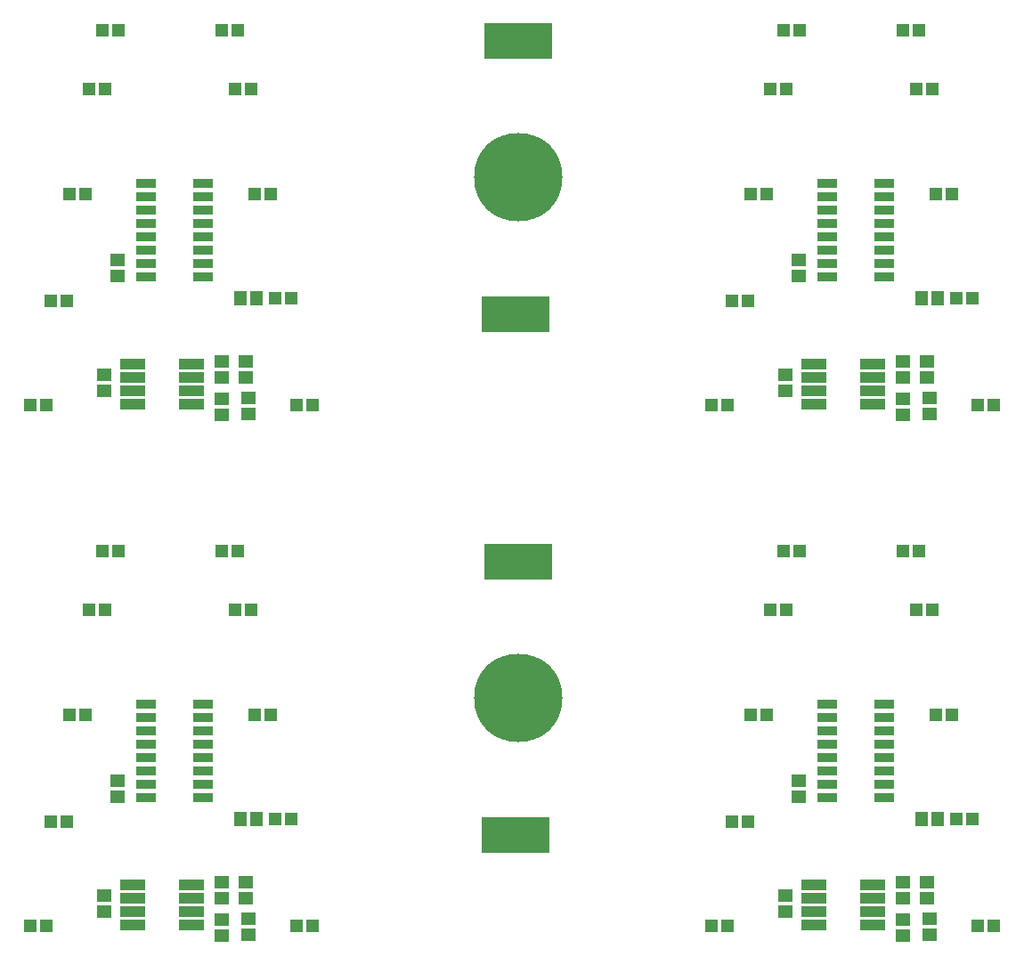
<source format=gts>
G04 #@! TF.GenerationSoftware,KiCad,Pcbnew,no-vcs-found*
G04 #@! TF.CreationDate,2016-12-05T11:41:50+01:00*
G04 #@! TF.ProjectId,x-mas tree-pan,782D6D617320747265652D70616E2E6B,rev?*
G04 #@! TF.FileFunction,Soldermask,Top*
G04 #@! TF.FilePolarity,Negative*
%FSLAX46Y46*%
G04 Gerber Fmt 4.6, Leading zero omitted, Abs format (unit mm)*
G04 Created by KiCad (PCBNEW no-vcs-found) date Mon Dec  5 11:41:50 2016*
%MOMM*%
%LPD*%
G01*
G04 APERTURE LIST*
%ADD10C,0.100000*%
%ADD11R,1.400760X1.299160*%
%ADD12R,2.398980X0.999440*%
%ADD13R,1.299160X1.400760*%
%ADD14R,1.197560X1.197560*%
%ADD15R,1.900000X0.950000*%
%ADD16C,8.400000*%
%ADD17R,6.400000X3.400000*%
G04 APERTURE END LIST*
D10*
D11*
X119522000Y-173705340D03*
X119522000Y-172201660D03*
D12*
X108524000Y-168953000D03*
X108524000Y-170223000D03*
X108524000Y-171493000D03*
X108524000Y-172763000D03*
X114112000Y-172763000D03*
X114112000Y-171493000D03*
X114112000Y-170223000D03*
X114112000Y-168953000D03*
D13*
X120284000Y-162730000D03*
X118780320Y-162730000D03*
D11*
X119268000Y-168699000D03*
X119268000Y-170202680D03*
X116982000Y-168719320D03*
X116982000Y-170223000D03*
D14*
X100345000Y-172890000D03*
X98846400Y-172890000D03*
X100751400Y-162984000D03*
X102250000Y-162984000D03*
X104028000Y-152824000D03*
X102529400Y-152824000D03*
X104434400Y-142791000D03*
X105933000Y-142791000D03*
X107203000Y-137203000D03*
X105704400Y-137203000D03*
X118506000Y-137203000D03*
X117007400Y-137203000D03*
X119776000Y-142791000D03*
X118277400Y-142791000D03*
X120182400Y-152824000D03*
X121681000Y-152824000D03*
X123586000Y-162730000D03*
X122087400Y-162730000D03*
X124119400Y-172890000D03*
X125618000Y-172890000D03*
D11*
X107076000Y-159057160D03*
X107076000Y-160560840D03*
X116982000Y-172255000D03*
X116982000Y-173758680D03*
X105806000Y-171482840D03*
X105806000Y-169979160D03*
D15*
X115204000Y-160698000D03*
X115204000Y-159428000D03*
X115204000Y-158158000D03*
X115204000Y-156888000D03*
X115204000Y-155618000D03*
X115204000Y-154348000D03*
X115204000Y-153078000D03*
X109804000Y-151808000D03*
X109804000Y-153078000D03*
X109804000Y-154348000D03*
X109804000Y-155618000D03*
X109804000Y-156888000D03*
X109804000Y-158158000D03*
X115204000Y-151808000D03*
X109804000Y-159428000D03*
X109804000Y-160698000D03*
X109804000Y-111168000D03*
X109804000Y-109898000D03*
X115204000Y-102278000D03*
X109804000Y-108628000D03*
X109804000Y-107358000D03*
X109804000Y-106088000D03*
X109804000Y-104818000D03*
X109804000Y-103548000D03*
X109804000Y-102278000D03*
X115204000Y-103548000D03*
X115204000Y-104818000D03*
X115204000Y-106088000D03*
X115204000Y-107358000D03*
X115204000Y-108628000D03*
X115204000Y-109898000D03*
X115204000Y-111168000D03*
D11*
X105806000Y-120449160D03*
X105806000Y-121952840D03*
X116982000Y-124228680D03*
X116982000Y-122725000D03*
X107076000Y-111030840D03*
X107076000Y-109527160D03*
D14*
X125618000Y-123360000D03*
X124119400Y-123360000D03*
X122087400Y-113200000D03*
X123586000Y-113200000D03*
X121681000Y-103294000D03*
X120182400Y-103294000D03*
X118277400Y-93261000D03*
X119776000Y-93261000D03*
X117007400Y-87673000D03*
X118506000Y-87673000D03*
X105704400Y-87673000D03*
X107203000Y-87673000D03*
X105933000Y-93261000D03*
X104434400Y-93261000D03*
X102529400Y-103294000D03*
X104028000Y-103294000D03*
X102250000Y-113454000D03*
X100751400Y-113454000D03*
X98846400Y-123360000D03*
X100345000Y-123360000D03*
D11*
X116982000Y-120693000D03*
X116982000Y-119189320D03*
X119268000Y-120672680D03*
X119268000Y-119169000D03*
D13*
X118780320Y-113200000D03*
X120284000Y-113200000D03*
D12*
X114112000Y-119423000D03*
X114112000Y-120693000D03*
X114112000Y-121963000D03*
X114112000Y-123233000D03*
X108524000Y-123233000D03*
X108524000Y-121963000D03*
X108524000Y-120693000D03*
X108524000Y-119423000D03*
D11*
X119522000Y-122671660D03*
X119522000Y-124175340D03*
D16*
X80406000Y-101684000D03*
D17*
X80406000Y-88684000D03*
X80206000Y-114684000D03*
X80206000Y-164214000D03*
X80406000Y-138214000D03*
D16*
X80406000Y-151214000D03*
D11*
X54752000Y-124175340D03*
X54752000Y-122671660D03*
D12*
X43754000Y-119423000D03*
X43754000Y-120693000D03*
X43754000Y-121963000D03*
X43754000Y-123233000D03*
X49342000Y-123233000D03*
X49342000Y-121963000D03*
X49342000Y-120693000D03*
X49342000Y-119423000D03*
D13*
X55514000Y-113200000D03*
X54010320Y-113200000D03*
D11*
X54498000Y-119169000D03*
X54498000Y-120672680D03*
X52212000Y-119189320D03*
X52212000Y-120693000D03*
D14*
X35575000Y-123360000D03*
X34076400Y-123360000D03*
X35981400Y-113454000D03*
X37480000Y-113454000D03*
X39258000Y-103294000D03*
X37759400Y-103294000D03*
X39664400Y-93261000D03*
X41163000Y-93261000D03*
X42433000Y-87673000D03*
X40934400Y-87673000D03*
X53736000Y-87673000D03*
X52237400Y-87673000D03*
X55006000Y-93261000D03*
X53507400Y-93261000D03*
X55412400Y-103294000D03*
X56911000Y-103294000D03*
X58816000Y-113200000D03*
X57317400Y-113200000D03*
X59349400Y-123360000D03*
X60848000Y-123360000D03*
D11*
X42306000Y-109527160D03*
X42306000Y-111030840D03*
X52212000Y-122725000D03*
X52212000Y-124228680D03*
X41036000Y-121952840D03*
X41036000Y-120449160D03*
D15*
X50434000Y-111168000D03*
X50434000Y-109898000D03*
X50434000Y-108628000D03*
X50434000Y-107358000D03*
X50434000Y-106088000D03*
X50434000Y-104818000D03*
X50434000Y-103548000D03*
X45034000Y-102278000D03*
X45034000Y-103548000D03*
X45034000Y-104818000D03*
X45034000Y-106088000D03*
X45034000Y-107358000D03*
X45034000Y-108628000D03*
X50434000Y-102278000D03*
X45034000Y-109898000D03*
X45034000Y-111168000D03*
X45034000Y-160698000D03*
X45034000Y-159428000D03*
X50434000Y-151808000D03*
X45034000Y-158158000D03*
X45034000Y-156888000D03*
X45034000Y-155618000D03*
X45034000Y-154348000D03*
X45034000Y-153078000D03*
X45034000Y-151808000D03*
X50434000Y-153078000D03*
X50434000Y-154348000D03*
X50434000Y-155618000D03*
X50434000Y-156888000D03*
X50434000Y-158158000D03*
X50434000Y-159428000D03*
X50434000Y-160698000D03*
D11*
X41036000Y-169979160D03*
X41036000Y-171482840D03*
X52212000Y-173758680D03*
X52212000Y-172255000D03*
X42306000Y-160560840D03*
X42306000Y-159057160D03*
D14*
X60848000Y-172890000D03*
X59349400Y-172890000D03*
X57317400Y-162730000D03*
X58816000Y-162730000D03*
X56911000Y-152824000D03*
X55412400Y-152824000D03*
X53507400Y-142791000D03*
X55006000Y-142791000D03*
X52237400Y-137203000D03*
X53736000Y-137203000D03*
X40934400Y-137203000D03*
X42433000Y-137203000D03*
X41163000Y-142791000D03*
X39664400Y-142791000D03*
X37759400Y-152824000D03*
X39258000Y-152824000D03*
X37480000Y-162984000D03*
X35981400Y-162984000D03*
X34076400Y-172890000D03*
X35575000Y-172890000D03*
D11*
X52212000Y-170223000D03*
X52212000Y-168719320D03*
X54498000Y-170202680D03*
X54498000Y-168699000D03*
D13*
X54010320Y-162730000D03*
X55514000Y-162730000D03*
D12*
X49342000Y-168953000D03*
X49342000Y-170223000D03*
X49342000Y-171493000D03*
X49342000Y-172763000D03*
X43754000Y-172763000D03*
X43754000Y-171493000D03*
X43754000Y-170223000D03*
X43754000Y-168953000D03*
D11*
X54752000Y-172201660D03*
X54752000Y-173705340D03*
M02*

</source>
